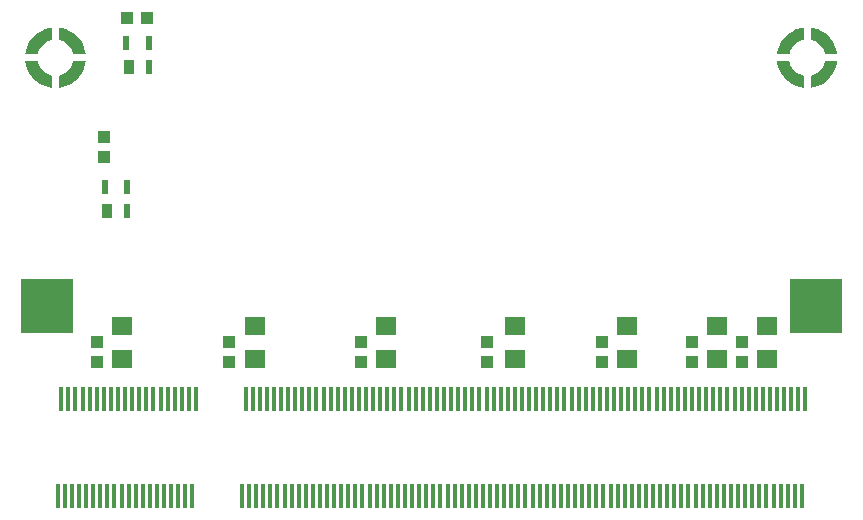
<source format=gtp>
G04*
G04 #@! TF.GenerationSoftware,Altium Limited,Altium Designer,19.0.15 (446)*
G04*
G04 Layer_Color=8421504*
%FSLAX43Y43*%
%MOMM*%
G71*
G01*
G75*
%ADD15R,0.350X2.000*%
%ADD16R,4.500X4.600*%
%ADD17R,1.100X1.000*%
%ADD18R,1.000X1.100*%
%ADD19R,0.483X1.168*%
%ADD20R,0.889X1.168*%
%ADD21R,1.800X1.600*%
G36*
X7873Y44363D02*
X7660Y44388D01*
X7249Y44508D01*
X6863Y44695D01*
X6514Y44943D01*
X6211Y45246D01*
X5963Y45595D01*
X5776Y45981D01*
X5656Y46392D01*
X5631Y46605D01*
D01*
X6652D01*
Y46605D01*
X6679Y46494D01*
X6755Y46278D01*
X6863Y46076D01*
X6999Y45893D01*
X7161Y45731D01*
X7344Y45595D01*
X7546Y45487D01*
X7762Y45411D01*
X7873Y45384D01*
X7873Y45384D01*
X7873D01*
Y44363D01*
D02*
G37*
G36*
X5631Y47205D02*
X5656Y47418D01*
X5776Y47829D01*
X5963Y48215D01*
X6211Y48564D01*
X6514Y48867D01*
X6863Y49115D01*
X7249Y49302D01*
X7660Y49422D01*
X7873Y49447D01*
Y49447D01*
Y48426D01*
X7873Y48426D01*
X7762Y48399D01*
X7546Y48323D01*
X7344Y48215D01*
X7161Y48079D01*
X6999Y47917D01*
X6863Y47734D01*
X6755Y47532D01*
X6679Y47316D01*
X6652Y47205D01*
X6652D01*
Y47205D01*
X5631Y47205D01*
D02*
G37*
G36*
X10715Y46605D02*
X10690Y46392D01*
X10570Y45981D01*
X10383Y45595D01*
X10135Y45246D01*
X9832Y44943D01*
X9483Y44695D01*
X9097Y44508D01*
X8686Y44388D01*
X8473Y44363D01*
X8473D01*
Y45384D01*
X8473D01*
X8584Y45411D01*
X8800Y45487D01*
X9002Y45595D01*
X9185Y45731D01*
X9347Y45893D01*
X9483Y46076D01*
X9591Y46278D01*
X9667Y46494D01*
X9694Y46605D01*
Y46605D01*
Y46605D01*
X10715D01*
D02*
G37*
G36*
X8473Y49447D02*
X8686Y49422D01*
X9097Y49302D01*
X9483Y49115D01*
X9832Y48867D01*
X10135Y48564D01*
X10383Y48215D01*
X10570Y47829D01*
X10690Y47418D01*
X10715Y47205D01*
X10715Y47205D01*
X9694D01*
X9694Y47205D01*
X9667Y47316D01*
X9591Y47532D01*
X9483Y47734D01*
X9347Y47917D01*
X9185Y48079D01*
X9002Y48215D01*
X8800Y48323D01*
X8584Y48399D01*
X8473Y48426D01*
D01*
X8473D01*
X8473Y49447D01*
D02*
G37*
G36*
X71513Y44363D02*
X71300Y44388D01*
X70889Y44508D01*
X70503Y44695D01*
X70154Y44943D01*
X69851Y45246D01*
X69603Y45595D01*
X69416Y45981D01*
X69296Y46392D01*
X69271Y46605D01*
D01*
X70292D01*
Y46605D01*
X70319Y46494D01*
X70395Y46278D01*
X70503Y46076D01*
X70639Y45893D01*
X70801Y45731D01*
X70984Y45595D01*
X71186Y45487D01*
X71402Y45411D01*
X71513Y45384D01*
X71513Y45384D01*
X71513D01*
Y44363D01*
D02*
G37*
G36*
X69271Y47205D02*
X69296Y47418D01*
X69416Y47829D01*
X69603Y48215D01*
X69851Y48564D01*
X70154Y48867D01*
X70503Y49115D01*
X70889Y49302D01*
X71300Y49422D01*
X71513Y49447D01*
Y49447D01*
Y48426D01*
X71513Y48426D01*
X71402Y48399D01*
X71186Y48323D01*
X70984Y48215D01*
X70801Y48079D01*
X70639Y47917D01*
X70503Y47734D01*
X70395Y47532D01*
X70319Y47316D01*
X70292Y47205D01*
X70292D01*
Y47205D01*
X69271Y47205D01*
D02*
G37*
G36*
X74355Y46605D02*
X74330Y46392D01*
X74210Y45981D01*
X74023Y45595D01*
X73775Y45246D01*
X73472Y44943D01*
X73123Y44695D01*
X72737Y44508D01*
X72326Y44388D01*
X72113Y44363D01*
X72113D01*
Y45384D01*
X72113D01*
X72224Y45411D01*
X72440Y45487D01*
X72642Y45595D01*
X72825Y45731D01*
X72987Y45893D01*
X73123Y46076D01*
X73231Y46278D01*
X73307Y46494D01*
X73334Y46605D01*
Y46605D01*
Y46605D01*
X74355D01*
D02*
G37*
G36*
X72113Y49447D02*
X72326Y49422D01*
X72737Y49302D01*
X73123Y49115D01*
X73472Y48867D01*
X73775Y48564D01*
X74023Y48215D01*
X74210Y47829D01*
X74330Y47418D01*
X74355Y47205D01*
X74355Y47205D01*
X73334D01*
X73334Y47205D01*
X73307Y47316D01*
X73231Y47532D01*
X73123Y47734D01*
X72987Y47917D01*
X72825Y48079D01*
X72642Y48215D01*
X72440Y48323D01*
X72224Y48399D01*
X72113Y48426D01*
D01*
X72113D01*
X72113Y49447D01*
D02*
G37*
D15*
X8364Y9805D02*
D03*
X8664Y18005D02*
D03*
X8964Y9805D02*
D03*
X9264Y18005D02*
D03*
X9564Y9805D02*
D03*
X9864Y18005D02*
D03*
X10164Y9805D02*
D03*
X10464Y18005D02*
D03*
X10764Y9805D02*
D03*
X11064Y18005D02*
D03*
X11364Y9805D02*
D03*
X11664Y18005D02*
D03*
X11964Y9805D02*
D03*
X12264Y18005D02*
D03*
X12564Y9805D02*
D03*
X12864Y18005D02*
D03*
X13164Y9805D02*
D03*
X13464Y18005D02*
D03*
X13764Y9805D02*
D03*
X14064Y18005D02*
D03*
X14364Y9805D02*
D03*
X14664Y18005D02*
D03*
X14964Y9805D02*
D03*
X15264Y18005D02*
D03*
X15564Y9805D02*
D03*
X15864Y18005D02*
D03*
X16164Y9805D02*
D03*
X16464Y18005D02*
D03*
X16764Y9805D02*
D03*
X17064Y18005D02*
D03*
X17364Y9805D02*
D03*
X17664Y18005D02*
D03*
X17964Y9805D02*
D03*
X18264Y18005D02*
D03*
X18564Y9805D02*
D03*
X18864Y18005D02*
D03*
X19164Y9805D02*
D03*
X19464Y18005D02*
D03*
X19764Y9805D02*
D03*
X20064Y18005D02*
D03*
X23964Y9805D02*
D03*
X24264Y18005D02*
D03*
X24564Y9805D02*
D03*
X24864Y18005D02*
D03*
X25164Y9805D02*
D03*
X25464Y18005D02*
D03*
X25764Y9805D02*
D03*
X26064Y18005D02*
D03*
X26364Y9805D02*
D03*
X26664Y18005D02*
D03*
X26964Y9805D02*
D03*
X27264Y18005D02*
D03*
X27564Y9805D02*
D03*
X27864Y18005D02*
D03*
X28164Y9805D02*
D03*
X28464Y18005D02*
D03*
X28764Y9805D02*
D03*
X29064Y18005D02*
D03*
X29364Y9805D02*
D03*
X29664Y18005D02*
D03*
X29964Y9805D02*
D03*
X30264Y18005D02*
D03*
X30564Y9805D02*
D03*
X30864Y18005D02*
D03*
X31164Y9805D02*
D03*
X31464Y18005D02*
D03*
X31764Y9805D02*
D03*
X32064Y18005D02*
D03*
X32364Y9805D02*
D03*
X32664Y18005D02*
D03*
X32964Y9805D02*
D03*
X33264Y18005D02*
D03*
X33564Y9805D02*
D03*
X33864Y18005D02*
D03*
X34164Y9805D02*
D03*
X34464Y18005D02*
D03*
X34764Y9805D02*
D03*
X35064Y18005D02*
D03*
X35364Y9805D02*
D03*
X35664Y18005D02*
D03*
X35964Y9805D02*
D03*
X36264Y18005D02*
D03*
X36564Y9805D02*
D03*
X36864Y18005D02*
D03*
X37164Y9805D02*
D03*
X37464Y18005D02*
D03*
X37764Y9805D02*
D03*
X38064Y18005D02*
D03*
X38364Y9805D02*
D03*
X38664Y18005D02*
D03*
X38964Y9805D02*
D03*
X39264Y18005D02*
D03*
X39564Y9805D02*
D03*
X39864Y18005D02*
D03*
X40164Y9805D02*
D03*
X40464Y18005D02*
D03*
X40764Y9805D02*
D03*
X41064Y18005D02*
D03*
X41364Y9805D02*
D03*
X41664Y18005D02*
D03*
X41964Y9805D02*
D03*
X42264Y18005D02*
D03*
X42564Y9805D02*
D03*
X42864Y18005D02*
D03*
X43164Y9805D02*
D03*
X43464Y18005D02*
D03*
X43764Y9805D02*
D03*
X44064Y18005D02*
D03*
X44364Y9805D02*
D03*
X44664Y18005D02*
D03*
X44964Y9805D02*
D03*
X45264Y18005D02*
D03*
X45564Y9805D02*
D03*
X45864Y18005D02*
D03*
X46164Y9805D02*
D03*
X46464Y18005D02*
D03*
X46764Y9805D02*
D03*
X47064Y18005D02*
D03*
X47364Y9805D02*
D03*
X47664Y18005D02*
D03*
X47964Y9805D02*
D03*
X48264Y18005D02*
D03*
X48564Y9805D02*
D03*
X48864Y18005D02*
D03*
X49164Y9805D02*
D03*
X49464Y18005D02*
D03*
X49764Y9805D02*
D03*
X50064Y18005D02*
D03*
X50364Y9805D02*
D03*
X50664Y18005D02*
D03*
X50964Y9805D02*
D03*
X51264Y18005D02*
D03*
X51564Y9805D02*
D03*
X51864Y18005D02*
D03*
X52164Y9805D02*
D03*
X52464Y18005D02*
D03*
X52764Y9805D02*
D03*
X53064Y18005D02*
D03*
X53364Y9805D02*
D03*
X53664Y18005D02*
D03*
X53964Y9805D02*
D03*
X54264Y18005D02*
D03*
X54564Y9805D02*
D03*
X54864Y18005D02*
D03*
X55164Y9805D02*
D03*
X55464Y18005D02*
D03*
X55764Y9805D02*
D03*
X56064Y18005D02*
D03*
X56364Y9805D02*
D03*
X56664Y18005D02*
D03*
X56964Y9805D02*
D03*
X57264Y18005D02*
D03*
X57564Y9805D02*
D03*
X57864Y18005D02*
D03*
X58164Y9805D02*
D03*
X58464Y18005D02*
D03*
X58764Y9805D02*
D03*
X59064Y18005D02*
D03*
X59364Y9805D02*
D03*
X59664Y18005D02*
D03*
X59964Y9805D02*
D03*
X60264Y18005D02*
D03*
X60564Y9805D02*
D03*
X60864Y18005D02*
D03*
X61164Y9805D02*
D03*
X61464Y18005D02*
D03*
X61764Y9805D02*
D03*
X62064Y18005D02*
D03*
X62364Y9805D02*
D03*
X62664Y18005D02*
D03*
X62964Y9805D02*
D03*
X63264Y18005D02*
D03*
X63564Y9805D02*
D03*
X63864Y18005D02*
D03*
X64164Y9805D02*
D03*
X64464Y18005D02*
D03*
X64764Y9805D02*
D03*
X65064Y18005D02*
D03*
X65364Y9805D02*
D03*
X65664Y18005D02*
D03*
X65964Y9805D02*
D03*
X66264Y18005D02*
D03*
X66564Y9805D02*
D03*
X66864Y18005D02*
D03*
X67164Y9805D02*
D03*
X67464Y18005D02*
D03*
X67764Y9805D02*
D03*
X68064Y18005D02*
D03*
X68364Y9805D02*
D03*
X68664Y18005D02*
D03*
X68964Y9805D02*
D03*
X69264Y18005D02*
D03*
X69564Y9805D02*
D03*
X69864Y18005D02*
D03*
X70164Y9805D02*
D03*
X70464Y18005D02*
D03*
X70764Y9805D02*
D03*
X71064Y18005D02*
D03*
X71364Y9805D02*
D03*
X71664Y18005D02*
D03*
D16*
X72564Y25905D02*
D03*
X7464D02*
D03*
D17*
X14260Y50263D02*
D03*
X15960D02*
D03*
D18*
X12319Y38491D02*
D03*
Y40191D02*
D03*
X66294Y21132D02*
D03*
Y22832D02*
D03*
X62064Y21132D02*
D03*
Y22832D02*
D03*
X54483Y21132D02*
D03*
Y22832D02*
D03*
X44704Y21132D02*
D03*
Y22832D02*
D03*
X34036Y21132D02*
D03*
Y22832D02*
D03*
X22860Y21132D02*
D03*
Y22832D02*
D03*
X11673Y21132D02*
D03*
Y22832D02*
D03*
D19*
X14160Y48128D02*
D03*
X16060D02*
D03*
Y46096D02*
D03*
X12324Y35953D02*
D03*
X14224D02*
D03*
Y33921D02*
D03*
D20*
X14363Y46096D02*
D03*
X12527Y33921D02*
D03*
D21*
X68453Y21362D02*
D03*
Y24162D02*
D03*
X64164Y21362D02*
D03*
Y24162D02*
D03*
X56572Y21362D02*
D03*
Y24162D02*
D03*
X47064Y21362D02*
D03*
Y24162D02*
D03*
X36195Y21362D02*
D03*
Y24162D02*
D03*
X25026Y21362D02*
D03*
Y24162D02*
D03*
X13823Y21362D02*
D03*
Y24162D02*
D03*
M02*

</source>
